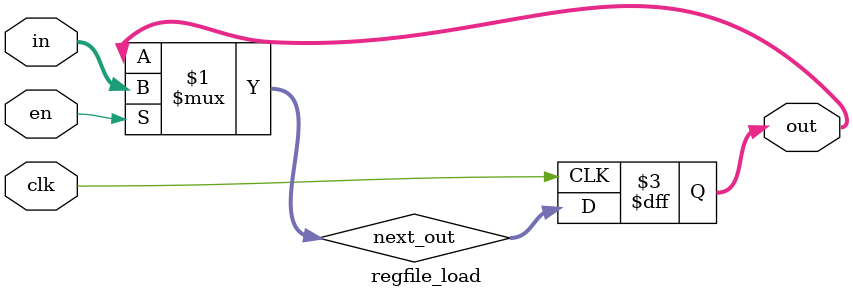
<source format=sv>
module regfile(data_in, writenum, write, readnum, clk, data_out);
  input [15:0] data_in;
  input [2:0] writenum, readnum;
  input write, clk;
  output reg [15:0] data_out;
  
  wire [7:0] onehotWrite;
  wire [7:0] onehotRead;
  wire [15:0] R0, R1, R2, R3, R4, R5, R6, R7;

  assign onehotWrite = 8'd1 << writenum;
  assign onehotRead = 8'd1 << readnum;
  
  

//load registers
regfile_load #(16) load0(
   .clk(clk),
   .en(onehotWrite[0] & write),
   .in(data_in),
   .out(R0)
);

regfile_load #(16) load1(
   .clk(clk),
   .en(onehotWrite[1] & write),
   .in(data_in),
   .out(R1)
);

regfile_load #(16) load2(
   .clk(clk),
   .en(onehotWrite[2] & write),
   .in(data_in),
   .out(R2)
);

regfile_load #(16) load3(
   .clk(clk),
   .en(onehotWrite[3] & write),
   .in(data_in),
   .out(R3)
);

regfile_load #(16) load4(
   .clk(clk),
   .en(onehotWrite[4] & write),
   .in(data_in),
   .out(R4)
);

regfile_load #(16) load5(
   .clk(clk),
   .en(onehotWrite[5] & write),
   .in(data_in),
   .out(R5)
);

regfile_load #(16) load6(
   .clk(clk),
   .en(onehotWrite[6] & write),
   .in(data_in),
   .out(R6)
);

regfile_load #(16) load7(
   .clk(clk),
   .en(onehotWrite[7] & write),
   .in(data_in),
   .out(R7)
);
  
  // implement multiplexer for reading

  always @(*)begin //multiplexer for 8 registers
        case(onehotRead) 
        8'b00000001: data_out = R0;
        8'b00000010: data_out = R1;
        8'b00000100: data_out = R2;
        8'b00001000: data_out = R3;
        8'b00010000: data_out = R4;
        8'b00100000: data_out = R5;
        8'b01000000: data_out = R6;
        8'b10000000: data_out = R7;
        default : data_out = 16'bxxxxxxxxxxxxxxxx;
        endcase
 end

endmodule: regfile

module regfile_load(clk,en,in, out);
parameter n=16; //width of register
input clk, en;
input [n-1:0] in;
output reg [n-1:0] out;
wire [n-1:0] next_out;

assign next_out = (en) ? in : out;

always @(posedge clk) begin
    out = next_out;
end
endmodule






</source>
